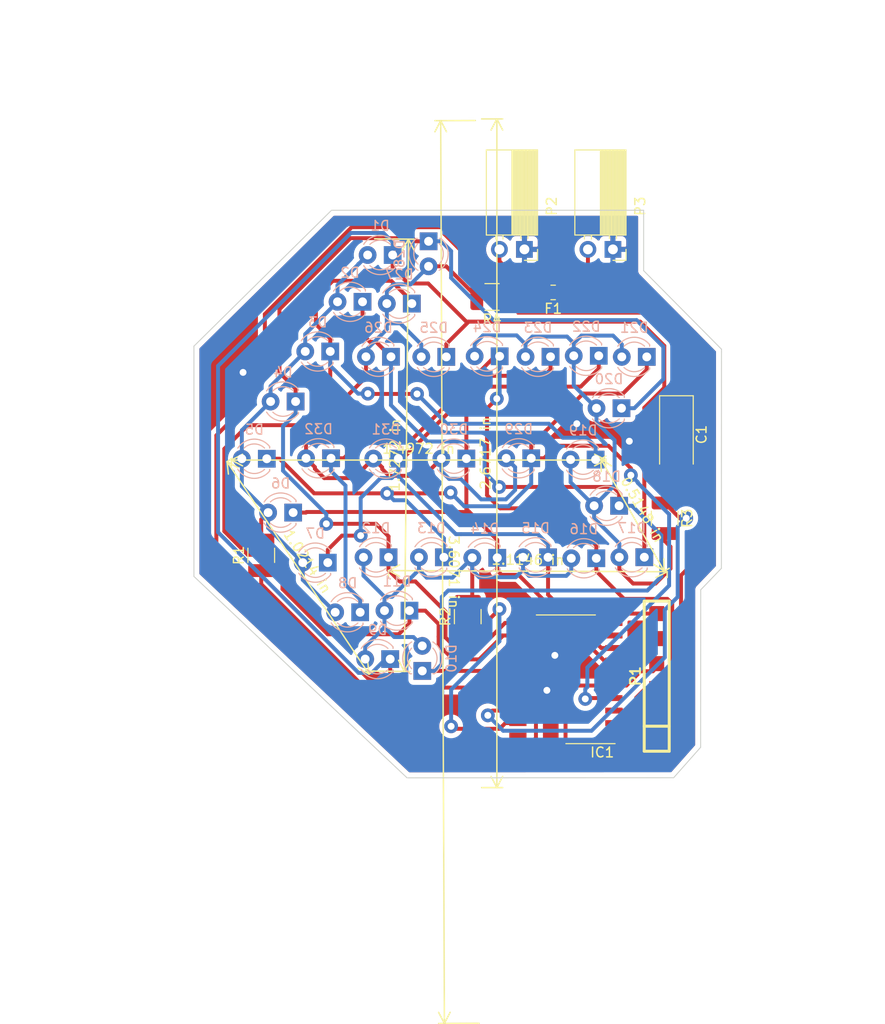
<source format=kicad_pcb>
(kicad_pcb (version 20171130) (host pcbnew "(5.1.7)-1")
  (layers (0 F.Cu signal) (31 B.Cu signal) (34 B.Paste user) (35 F.Paste user) (36 B.SilkS user) (37 F.SilkS user) (38 B.Mask user) (39 F.Mask user) (44 Edge.Cuts user))
  (net 0 "")
  (net 1 "Net-(D1-Pad1)")
  (net 2 "Net-(D1-Pad2)")
  (net 3 "Net-(D10-Pad1)")
  (net 4 "Net-(D11-Pad1)")
  (net 5 "Net-(D12-Pad1)")
  (net 6 "Net-(D13-Pad1)")
  (net 7 "Net-(D14-Pad1)")
  (net 8 "Net-(D15-Pad1)")
  (net 9 "Net-(D16-Pad1)")
  (net 10 "Net-(D10-Pad2)")
  (net 11 "Net-(D17-Pad2)")
  (net 12 "Net-(D25-Pad2)")
  (net 13 "Net-(F1-Pad2)")
  (net 14 "Net-(IC1-Pad17)")
  (net 15 "Net-(IC1-Pad18)")
  (net 16 "Net-(IC1-Pad19)")
  (net 17 "Net-(IC1-Pad20)")
  (net 18 "Net-(IC1-Pad1)")
  (net 19 "Net-(IC1-Pad2)")
  (net 20 "Net-(IC1-Pad9)")
  (net 21 "Net-(IC1-Pad10)")
  (net 22 VCC)
  (net 23 GND)
  (module Resistor_SMD:R_1210_3225Metric_Pad1.30x2.65mm_HandSolder (layer F.Cu) (at 90.21 79.45 270)
    (fp_text reference R3 (at 0 -2.28 90) (layer F.SilkS))
    (fp_text value 110)
    (pad 1 smd roundrect (at -1.55 0 270) (size 1.3 2.65) (layers F.Cu F.Paste F.Mask) (roundrect_rratio 0.192308) (net 15 "Net-(IC1-Pad18)"))
    (pad 2 smd roundrect (at 1.55 0 270) (size 1.3 2.65) (layers F.Cu F.Paste F.Mask) (roundrect_rratio 0.192308) (net 11 "Net-(D17-Pad2)"))
  )
  (module LED_THT:LED_D3.0mm (layer B.Cu) (at 88.39 63.07 180)
    (fp_text reference D21 (at 1.27 2.96) (layer B.SilkS) (effects (justify mirror)))
    (fp_text value LED)
    (pad 1 thru_hole rect (at 0 0 180) (size 1.8 1.8) (drill 0.9) (layers *.Cu *.Mask) (net 6 "Net-(D13-Pad1)"))
    (pad 2 thru_hole circle (at 2.54 0 180) (size 1.8 1.8) (drill 0.9) (layers *.Cu *.Mask) (net 11 "Net-(D17-Pad2)"))
  )
  (module prose:logo_prose (layer F.Cu) (at 68.01 73.43)
    (fp_text reference G*** hide)
    (fp_text value LOGO hide)
  )
  (module LED_THT:LED_D3.0mm (layer B.Cu) (at 85.58 78.18 180)
    (fp_text reference D18 (at 1.27 2.96) (layer B.SilkS) (effects (justify mirror)))
    (fp_text value LED)
    (pad 2 thru_hole circle (at 2.54 0 180) (size 1.8 1.8) (drill 0.9) (layers *.Cu *.Mask) (net 11 "Net-(D17-Pad2)"))
    (pad 1 thru_hole rect (at 0 0 180) (size 1.8 1.8) (drill 0.9) (layers *.Cu *.Mask) (net 3 "Net-(D10-Pad1)"))
  )
  (module uusi_possu:SO-20_12.8x7.5mm_P1.27mm_extended (layer F.Cu) (at 80.17 95.79 180)
    (fp_text reference IC1 (at -3.69 -7.42 180) (layer F.SilkS))
    (fp_text value ATTINY861-S)
    (pad 20 smd rect (at 4.875 -5.715 180) (size 1.75 0.6) (layers F.Cu F.Paste F.Mask) (net 17 "Net-(IC1-Pad20)"))
    (pad 19 smd rect (at 4.875 -4.445 180) (size 1.75 0.6) (layers F.Cu F.Paste F.Mask) (net 16 "Net-(IC1-Pad19)"))
    (pad 18 smd rect (at 4.875 -3.175 180) (size 1.75 0.6) (layers F.Cu F.Paste F.Mask) (net 15 "Net-(IC1-Pad18)"))
    (pad 17 smd rect (at 4.875 -1.905 180) (size 1.75 0.6) (layers F.Cu F.Paste F.Mask) (net 14 "Net-(IC1-Pad17)"))
    (pad 16 smd rect (at 4.875 -0.635 180) (size 1.75 0.6) (layers F.Cu F.Paste F.Mask) (net 23 GND))
    (pad 15 smd rect (at 4.875 0.635 180) (size 1.75 0.6) (layers F.Cu F.Paste F.Mask) (net 22 VCC))
    (pad 14 smd rect (at 4.875 1.905 180) (size 1.75 0.6) (layers F.Cu F.Paste F.Mask) (net 1 "Net-(D1-Pad1)"))
    (pad 13 smd rect (at 4.875 3.175 180) (size 1.75 0.6) (layers F.Cu F.Paste F.Mask) (net 3 "Net-(D10-Pad1)"))
    (pad 12 smd rect (at 4.875 4.445 180) (size 1.75 0.6) (layers F.Cu F.Paste F.Mask) (net 4 "Net-(D11-Pad1)"))
    (pad 11 smd rect (at 4.875 5.715 180) (size 1.75 0.6) (layers F.Cu F.Paste F.Mask) (net 5 "Net-(D12-Pad1)"))
    (pad 10 smd rect (at -4.875 5.715 180) (size 1.75 0.6) (layers F.Cu F.Paste F.Mask) (net 21 "Net-(IC1-Pad10)"))
    (pad 9 smd rect (at -4.875 4.445 180) (size 1.75 0.6) (layers F.Cu F.Paste F.Mask) (net 20 "Net-(IC1-Pad9)"))
    (pad 8 smd rect (at -4.875 3.175 180) (size 1.75 0.6) (layers F.Cu F.Paste F.Mask) (net 8 "Net-(D15-Pad1)"))
    (pad 7 smd rect (at -4.875 1.905 180) (size 1.75 0.6) (layers F.Cu F.Paste F.Mask) (net 7 "Net-(D14-Pad1)"))
    (pad 1 smd rect (at -4.875 -5.715 180) (size 1.75 0.6) (layers F.Cu F.Paste F.Mask) (net 18 "Net-(IC1-Pad1)"))
    (pad 2 smd rect (at -4.875 -4.445 180) (size 1.75 0.6) (layers F.Cu F.Paste F.Mask) (net 19 "Net-(IC1-Pad2)"))
    (pad 3 smd rect (at -4.875 -3.175 180) (size 1.75 0.6) (layers F.Cu F.Paste F.Mask) (net 9 "Net-(D16-Pad1)"))
    (pad 4 smd rect (at -4.875 -1.905 180) (size 1.75 0.6) (layers F.Cu F.Paste F.Mask) (net 6 "Net-(D13-Pad1)"))
    (pad 5 smd rect (at -4.875 -0.635 180) (size 1.75 0.6) (layers F.Cu F.Paste F.Mask) (net 22 VCC))
    (pad 6 smd rect (at -4.875 0.635 180) (size 1.75 0.6) (layers F.Cu F.Paste F.Mask) (net 23 GND))
  )
  (module Connector_PinSocket_2.54mm:PinSocket_1x02_P2.54mm_Horizontal (layer F.Cu) (at 75.96 52.16 270)
    (fp_text reference P2 (at -4.38 -2.77 90) (layer F.SilkS))
    (fp_text value CONN_2)
    (pad 1 thru_hole rect (at 0 0 270) (size 1.7 1.7) (drill 1) (layers *.Cu *.Mask) (net 23 GND))
    (pad 2 thru_hole oval (at 0 2.54 270) (size 1.7 1.7) (drill 1) (layers *.Cu *.Mask) (net 13 "Net-(F1-Pad2)"))
  )
  (module LED_THT:LED_D3.0mm (layer B.Cu) (at 49.784 73.406 180)
    (fp_text reference D5 (at 1.27 2.96) (layer B.SilkS) (effects (justify mirror)))
    (fp_text value LED)
    (pad 1 thru_hole rect (at 0 0 180) (size 1.8 1.8) (drill 0.9) (layers *.Cu *.Mask) (net 6 "Net-(D13-Pad1)"))
    (pad 2 thru_hole circle (at 2.54 0 180) (size 1.8 1.8) (drill 0.9) (layers *.Cu *.Mask) (net 2 "Net-(D1-Pad2)"))
  )
  (module Capacitor_Tantalum_SMD:CP_EIA-6032-15_Kemet-U_Pad2.25x2.35mm_HandSolder (layer F.Cu) (at 91.4 70.95 270)
    (fp_text reference C1 (at 0 -2.55 90) (layer F.SilkS))
    (fp_text value CP1)
    (pad 1 smd roundrect (at -2.55 0 270) (size 2.25 2.35) (layers F.Cu F.Paste F.Mask) (roundrect_rratio 0.111111) (net 22 VCC))
    (pad 2 smd roundrect (at 2.55 0 270) (size 2.25 2.35) (layers F.Cu F.Paste F.Mask) (roundrect_rratio 0.111111) (net 23 GND))
  )
  (module Resistor_SMD:R_0805_2012Metric_Pad1.20x1.40mm_HandSolder (layer F.Cu) (at 78.88 56.53 180)
    (fp_text reference F1 (at 0 -1.65) (layer F.SilkS))
    (fp_text value Polyfuse)
    (pad 1 smd roundrect (at -1 0 180) (size 1.2 1.4) (layers F.Cu F.Paste F.Mask) (roundrect_rratio 0.208333) (net 22 VCC))
    (pad 2 smd roundrect (at 1 0 180) (size 1.2 1.4) (layers F.Cu F.Paste F.Mask) (roundrect_rratio 0.208333) (net 13 "Net-(F1-Pad2)"))
  )
  (module LED_THT:LED_D3.0mm (layer B.Cu) (at 52.46 78.87 180)
    (fp_text reference D6 (at 1.27 2.96) (layer B.SilkS) (effects (justify mirror)))
    (fp_text value LED)
    (pad 2 thru_hole circle (at 2.54 0 180) (size 1.8 1.8) (drill 0.9) (layers *.Cu *.Mask) (net 2 "Net-(D1-Pad2)"))
    (pad 1 thru_hole rect (at 0 0 180) (size 1.8 1.8) (drill 0.9) (layers *.Cu *.Mask) (net 7 "Net-(D14-Pad1)"))
  )
  (module LED_THT:LED_D3.0mm (layer B.Cu) (at 55.98 83.95 180)
    (fp_text reference D7 (at 1.27 2.96) (layer B.SilkS) (effects (justify mirror)))
    (fp_text value LED)
    (pad 1 thru_hole rect (at 0 0 180) (size 1.8 1.8) (drill 0.9) (layers *.Cu *.Mask) (net 8 "Net-(D15-Pad1)"))
    (pad 2 thru_hole circle (at 2.54 0 180) (size 1.8 1.8) (drill 0.9) (layers *.Cu *.Mask) (net 2 "Net-(D1-Pad2)"))
  )
  (module LED_THT:LED_D3.0mm (layer B.Cu) (at 59.27 88.99 180)
    (fp_text reference D8 (at 1.27 2.96) (layer B.SilkS) (effects (justify mirror)))
    (fp_text value LED)
    (pad 2 thru_hole circle (at 2.54 0 180) (size 1.8 1.8) (drill 0.9) (layers *.Cu *.Mask) (net 2 "Net-(D1-Pad2)"))
    (pad 1 thru_hole rect (at 0 0 180) (size 1.8 1.8) (drill 0.9) (layers *.Cu *.Mask) (net 9 "Net-(D16-Pad1)"))
  )
  (module LED_THT:LED_D3.0mm (layer B.Cu) (at 62.32 93.74 180)
    (fp_text reference D9 (at 1.27 2.96) (layer B.SilkS) (effects (justify mirror)))
    (fp_text value LED)
    (pad 2 thru_hole circle (at 2.54 0 180) (size 1.8 1.8) (drill 0.9) (layers *.Cu *.Mask) (net 10 "Net-(D10-Pad2)"))
    (pad 1 thru_hole rect (at 0 0 180) (size 1.8 1.8) (drill 0.9) (layers *.Cu *.Mask) (net 1 "Net-(D1-Pad1)"))
  )
  (module LED_THT:LED_D3.0mm (layer B.Cu) (at 65.58 94.94 90)
    (fp_text reference D10 (at 1.27 2.96 90) (layer B.SilkS) (effects (justify mirror)))
    (fp_text value LED)
    (pad 1 thru_hole rect (at 0 0 90) (size 1.8 1.8) (drill 0.9) (layers *.Cu *.Mask) (net 3 "Net-(D10-Pad1)"))
    (pad 2 thru_hole circle (at 2.54 0 90) (size 1.8 1.8) (drill 0.9) (layers *.Cu *.Mask) (net 10 "Net-(D10-Pad2)"))
  )
  (module LED_THT:LED_D3.0mm (layer B.Cu) (at 64.28 88.82 180)
    (fp_text reference D11 (at 1.27 2.96) (layer B.SilkS) (effects (justify mirror)))
    (fp_text value LED)
    (pad 1 thru_hole rect (at 0 0 180) (size 1.8 1.8) (drill 0.9) (layers *.Cu *.Mask) (net 4 "Net-(D11-Pad1)"))
    (pad 2 thru_hole circle (at 2.54 0 180) (size 1.8 1.8) (drill 0.9) (layers *.Cu *.Mask) (net 10 "Net-(D10-Pad2)"))
  )
  (module LED_THT:LED_D3.0mm (layer B.Cu) (at 62.15 83.41 180)
    (fp_text reference D12 (at 1.27 2.96) (layer B.SilkS) (effects (justify mirror)))
    (fp_text value LED)
    (pad 2 thru_hole circle (at 2.54 0 180) (size 1.8 1.8) (drill 0.9) (layers *.Cu *.Mask) (net 10 "Net-(D10-Pad2)"))
    (pad 1 thru_hole rect (at 0 0 180) (size 1.8 1.8) (drill 0.9) (layers *.Cu *.Mask) (net 5 "Net-(D12-Pad1)"))
  )
  (module LED_THT:LED_D3.0mm (layer B.Cu) (at 67.78 83.41 180)
    (fp_text reference D13 (at 1.27 2.96) (layer B.SilkS) (effects (justify mirror)))
    (fp_text value LED)
    (pad 1 thru_hole rect (at 0 0 180) (size 1.8 1.8) (drill 0.9) (layers *.Cu *.Mask) (net 6 "Net-(D13-Pad1)"))
    (pad 2 thru_hole circle (at 2.54 0 180) (size 1.8 1.8) (drill 0.9) (layers *.Cu *.Mask) (net 10 "Net-(D10-Pad2)"))
  )
  (module LED_THT:LED_D3.0mm (layer B.Cu) (at 73.2 83.46 180)
    (fp_text reference D14 (at 1.27 2.96) (layer B.SilkS) (effects (justify mirror)))
    (fp_text value LED)
    (pad 2 thru_hole circle (at 2.54 0 180) (size 1.8 1.8) (drill 0.9) (layers *.Cu *.Mask) (net 10 "Net-(D10-Pad2)"))
    (pad 1 thru_hole rect (at 0 0 180) (size 1.8 1.8) (drill 0.9) (layers *.Cu *.Mask) (net 7 "Net-(D14-Pad1)"))
  )
  (module LED_THT:LED_D3.0mm (layer B.Cu) (at 78.36 83.41 180)
    (fp_text reference D15 (at 1.27 2.96 180) (layer B.SilkS) (effects (justify mirror)))
    (fp_text value LED)
    (pad 1 thru_hole rect (at 0 0 180) (size 1.8 1.8) (drill 0.9) (layers *.Cu *.Mask) (net 8 "Net-(D15-Pad1)"))
    (pad 2 thru_hole circle (at 2.54 0 180) (size 1.8 1.8) (drill 0.9) (layers *.Cu *.Mask) (net 10 "Net-(D10-Pad2)"))
  )
  (module LED_THT:LED_D3.0mm (layer B.Cu) (at 83.26 83.51 180)
    (fp_text reference D16 (at 1.27 2.96) (layer B.SilkS) (effects (justify mirror)))
    (fp_text value LED)
    (pad 2 thru_hole circle (at 2.54 0 180) (size 1.8 1.8) (drill 0.9) (layers *.Cu *.Mask) (net 10 "Net-(D10-Pad2)"))
    (pad 1 thru_hole rect (at 0 0 180) (size 1.8 1.8) (drill 0.9) (layers *.Cu *.Mask) (net 9 "Net-(D16-Pad1)"))
  )
  (module LED_THT:LED_D3.0mm (layer B.Cu) (at 88.14 83.4 180)
    (fp_text reference D17 (at 1.27 2.96) (layer B.SilkS) (effects (justify mirror)))
    (fp_text value LED)
    (pad 1 thru_hole rect (at 0 0 180) (size 1.8 1.8) (drill 0.9) (layers *.Cu *.Mask) (net 1 "Net-(D1-Pad1)"))
    (pad 2 thru_hole circle (at 2.54 0 180) (size 1.8 1.8) (drill 0.9) (layers *.Cu *.Mask) (net 11 "Net-(D17-Pad2)"))
  )
  (module LED_THT:LED_D3.0mm (layer B.Cu) (at 83.19 73.49 180)
    (fp_text reference D19 (at 1.27 2.96) (layer B.SilkS) (effects (justify mirror)))
    (fp_text value LED)
    (pad 2 thru_hole circle (at 2.54 0 180) (size 1.8 1.8) (drill 0.9) (layers *.Cu *.Mask) (net 11 "Net-(D17-Pad2)"))
    (pad 1 thru_hole rect (at 0 0 180) (size 1.8 1.8) (drill 0.9) (layers *.Cu *.Mask) (net 4 "Net-(D11-Pad1)"))
  )
  (module LED_THT:LED_D3.0mm (layer B.Cu) (at 76.65 73.36 180)
    (fp_text reference D29 (at 1.27 2.96) (layer B.SilkS) (effects (justify mirror)))
    (fp_text value LED)
    (pad 2 thru_hole circle (at 2.54 0 180) (size 1.8 1.8) (drill 0.9) (layers *.Cu *.Mask) (net 12 "Net-(D25-Pad2)"))
    (pad 1 thru_hole rect (at 0 0 180) (size 1.8 1.8) (drill 0.9) (layers *.Cu *.Mask) (net 6 "Net-(D13-Pad1)"))
  )
  (module LED_THT:LED_D3.0mm (layer B.Cu) (at 70.06 73.39 180)
    (fp_text reference D30 (at 1.27 2.96) (layer B.SilkS) (effects (justify mirror)))
    (fp_text value LED)
    (pad 1 thru_hole rect (at 0 0 180) (size 1.8 1.8) (drill 0.9) (layers *.Cu *.Mask) (net 7 "Net-(D14-Pad1)"))
    (pad 2 thru_hole circle (at 2.54 0 180) (size 1.8 1.8) (drill 0.9) (layers *.Cu *.Mask) (net 12 "Net-(D25-Pad2)"))
  )
  (module LED_THT:LED_D3.0mm (layer B.Cu) (at 63.15 73.39 180)
    (fp_text reference D31 (at 1.27 2.96) (layer B.SilkS) (effects (justify mirror)))
    (fp_text value LED)
    (pad 2 thru_hole circle (at 2.54 0 180) (size 1.8 1.8) (drill 0.9) (layers *.Cu *.Mask) (net 12 "Net-(D25-Pad2)"))
    (pad 1 thru_hole rect (at 0 0 180) (size 1.8 1.8) (drill 0.9) (layers *.Cu *.Mask) (net 8 "Net-(D15-Pad1)"))
  )
  (module LED_THT:LED_D3.0mm (layer B.Cu) (at 56.31 73.36 180)
    (fp_text reference D32 (at 1.27 2.96 180) (layer B.SilkS) (effects (justify mirror)))
    (fp_text value LED)
    (pad 1 thru_hole rect (at 0 0 180) (size 1.8 1.8) (drill 0.9) (layers *.Cu *.Mask) (net 9 "Net-(D16-Pad1)"))
    (pad 2 thru_hole circle (at 2.54 0 180) (size 1.8 1.8) (drill 0.9) (layers *.Cu *.Mask) (net 12 "Net-(D25-Pad2)"))
  )
  (module Resistor_SMD:R_1210_3225Metric_Pad1.30x2.65mm_HandSolder (layer F.Cu) (at 49.22 83.21 90)
    (fp_text reference R1 (at 0 -2.28 90) (layer F.SilkS))
    (fp_text value 110)
    (pad 1 smd roundrect (at -1.55 0 90) (size 1.3 2.65) (layers F.Cu F.Paste F.Mask) (roundrect_rratio 0.192308) (net 17 "Net-(IC1-Pad20)"))
    (pad 2 smd roundrect (at 1.55 0 90) (size 1.3 2.65) (layers F.Cu F.Paste F.Mask) (roundrect_rratio 0.192308) (net 2 "Net-(D1-Pad2)"))
  )
  (module Resistor_SMD:R_1210_3225Metric_Pad1.30x2.65mm_HandSolder (layer F.Cu) (at 70.2 89.43 90)
    (fp_text reference R2 (at 0 -2.28 90) (layer F.SilkS))
    (fp_text value 110)
    (pad 2 smd roundrect (at 1.55 0 90) (size 1.3 2.65) (layers F.Cu F.Paste F.Mask) (roundrect_rratio 0.192308) (net 10 "Net-(D10-Pad2)"))
    (pad 1 smd roundrect (at -1.55 0 90) (size 1.3 2.65) (layers F.Cu F.Paste F.Mask) (roundrect_rratio 0.192308) (net 16 "Net-(IC1-Pad19)"))
  )
  (module Resistor_SMD:R_1210_3225Metric_Pad1.30x2.65mm_HandSolder (layer F.Cu) (at 72.67 56.99 180)
    (fp_text reference R4 (at 0 -2.28) (layer F.SilkS))
    (fp_text value 110)
    (pad 2 smd roundrect (at 1.55 0 180) (size 1.3 2.65) (layers F.Cu F.Paste F.Mask) (roundrect_rratio 0.192308) (net 12 "Net-(D25-Pad2)"))
    (pad 1 smd roundrect (at -1.55 0 180) (size 1.3 2.65) (layers F.Cu F.Paste F.Mask) (roundrect_rratio 0.192308) (net 14 "Net-(IC1-Pad17)"))
  )
  (module Connector_PinSocket_2.54mm:PinSocket_1x02_P2.54mm_Horizontal (layer F.Cu) (at 84.95 52.16 270)
    (fp_text reference P3 (at -4.38 -2.77 90) (layer F.SilkS))
    (fp_text value CONN_2)
    (pad 1 thru_hole rect (at 0 0 270) (size 1.7 1.7) (drill 1) (layers *.Cu *.Mask) (net 23 GND))
    (pad 2 thru_hole oval (at 0 2.54 270) (size 1.7 1.7) (drill 1) (layers *.Cu *.Mask) (net 22 VCC))
  )
  (module uusi_possu:Ohjelmointiliitin (layer F.Cu) (at 89.4 95.47 90)
    (fp_text reference P1 (at 0 -2.159 90) (layer F.SilkS) (effects (font (size 1.016 1.016) (thickness 0.2032))))
    (fp_text value CONN_6 hide)
    (pad 6 smd rect (at 6.35 0 90) (size 1.524 1.524) (layers F.Cu F.Paste F.Mask) (net 21 "Net-(IC1-Pad10)"))
    (pad 5 smd rect (at 3.81 0 90) (size 1.524 1.524) (layers F.Cu F.Paste F.Mask) (net 23 GND))
    (pad 4 smd rect (at 1.27 0 90) (size 1.524 1.524) (layers F.Cu F.Paste F.Mask) (net 22 VCC))
    (pad 3 smd rect (at -1.27 0 90) (size 1.524 1.524) (layers F.Cu F.Paste F.Mask) (net 9 "Net-(D16-Pad1)"))
    (pad 2 smd rect (at -3.81 0 90) (size 1.524 1.524) (layers F.Cu F.Paste F.Mask) (net 19 "Net-(IC1-Pad2)"))
    (pad 1 smd rect (at -6.35 0 90) (size 1.524 1.524) (layers F.Cu F.Paste F.Mask) (net 18 "Net-(IC1-Pad1)"))
  )
  (module LED_THT:LED_D3.0mm (layer B.Cu) (at 62.57 52.73 180)
    (fp_text reference D1 (at 1.27 2.96 180) (layer B.SilkS) (effects (justify mirror)))
    (fp_text value LED)
    (pad 2 thru_hole circle (at 2.54 0 180) (size 1.8 1.8) (drill 0.9) (layers *.Cu *.Mask) (net 2 "Net-(D1-Pad2)"))
    (pad 1 thru_hole rect (at 0 0 180) (size 1.8 1.8) (drill 0.9) (layers *.Cu *.Mask) (net 1 "Net-(D1-Pad1)"))
  )
  (module LED_THT:LED_D3.0mm (layer B.Cu) (at 59.51 57.48 180)
    (fp_text reference D2 (at 1.27 2.96) (layer B.SilkS) (effects (justify mirror)))
    (fp_text value LED)
    (pad 1 thru_hole rect (at 0 0 180) (size 1.8 1.8) (drill 0.9) (layers *.Cu *.Mask) (net 3 "Net-(D10-Pad1)"))
    (pad 2 thru_hole circle (at 2.54 0 180) (size 1.8 1.8) (drill 0.9) (layers *.Cu *.Mask) (net 2 "Net-(D1-Pad2)"))
  )
  (module LED_THT:LED_D3.0mm (layer B.Cu) (at 56.23 62.52 180)
    (fp_text reference D3 (at 1.27 2.96) (layer B.SilkS) (effects (justify mirror)))
    (fp_text value LED)
    (pad 2 thru_hole circle (at 2.54 0 180) (size 1.8 1.8) (drill 0.9) (layers *.Cu *.Mask) (net 2 "Net-(D1-Pad2)"))
    (pad 1 thru_hole rect (at 0 0 180) (size 1.8 1.8) (drill 0.9) (layers *.Cu *.Mask) (net 4 "Net-(D11-Pad1)"))
  )
  (module LED_THT:LED_D3.0mm (layer B.Cu) (at 52.71 67.6 180)
    (fp_text reference D4 (at 1.27 2.96) (layer B.SilkS) (effects (justify mirror)))
    (fp_text value LED)
    (pad 1 thru_hole rect (at 0 0 180) (size 1.8 1.8) (drill 0.9) (layers *.Cu *.Mask) (net 5 "Net-(D12-Pad1)"))
    (pad 2 thru_hole circle (at 2.54 0 180) (size 1.8 1.8) (drill 0.9) (layers *.Cu *.Mask) (net 2 "Net-(D1-Pad2)"))
  )
  (module LED_THT:LED_D3.0mm (layer B.Cu) (at 85.82 68.28 180)
    (fp_text reference D20 (at 1.27 2.96) (layer B.SilkS) (effects (justify mirror)))
    (fp_text value LED)
    (pad 2 thru_hole circle (at 2.54 0 180) (size 1.8 1.8) (drill 0.9) (layers *.Cu *.Mask) (net 11 "Net-(D17-Pad2)"))
    (pad 1 thru_hole rect (at 0 0 180) (size 1.8 1.8) (drill 0.9) (layers *.Cu *.Mask) (net 5 "Net-(D12-Pad1)"))
  )
  (module LED_THT:LED_D3.0mm (layer B.Cu) (at 83.51 62.96 180)
    (fp_text reference D22 (at 1.27 2.96) (layer B.SilkS) (effects (justify mirror)))
    (fp_text value LED)
    (pad 2 thru_hole circle (at 2.54 0 180) (size 1.8 1.8) (drill 0.9) (layers *.Cu *.Mask) (net 11 "Net-(D17-Pad2)"))
    (pad 1 thru_hole rect (at 0 0 180) (size 1.8 1.8) (drill 0.9) (layers *.Cu *.Mask) (net 7 "Net-(D14-Pad1)"))
  )
  (module LED_THT:LED_D3.0mm (layer B.Cu) (at 78.61 63.06 180)
    (fp_text reference D23 (at 1.27 2.96) (layer B.SilkS) (effects (justify mirror)))
    (fp_text value LED)
    (pad 1 thru_hole rect (at 0 0 180) (size 1.8 1.8) (drill 0.9) (layers *.Cu *.Mask) (net 8 "Net-(D15-Pad1)"))
    (pad 2 thru_hole circle (at 2.54 0 180) (size 1.8 1.8) (drill 0.9) (layers *.Cu *.Mask) (net 11 "Net-(D17-Pad2)"))
  )
  (module LED_THT:LED_D3.0mm (layer B.Cu) (at 73.44 63.01 180)
    (fp_text reference D24 (at 1.27 2.96) (layer B.SilkS) (effects (justify mirror)))
    (fp_text value LED)
    (pad 1 thru_hole rect (at 0 0 180) (size 1.8 1.8) (drill 0.9) (layers *.Cu *.Mask) (net 9 "Net-(D16-Pad1)"))
    (pad 2 thru_hole circle (at 2.54 0 180) (size 1.8 1.8) (drill 0.9) (layers *.Cu *.Mask) (net 11 "Net-(D17-Pad2)"))
  )
  (module LED_THT:LED_D3.0mm (layer B.Cu) (at 68.02 63.07 180)
    (fp_text reference D25 (at 1.27 2.96) (layer B.SilkS) (effects (justify mirror)))
    (fp_text value LED)
    (pad 2 thru_hole circle (at 2.54 0 180) (size 1.8 1.8) (drill 0.9) (layers *.Cu *.Mask) (net 12 "Net-(D25-Pad2)"))
    (pad 1 thru_hole rect (at 0 0 180) (size 1.8 1.8) (drill 0.9) (layers *.Cu *.Mask) (net 1 "Net-(D1-Pad1)"))
  )
  (module LED_THT:LED_D3.0mm (layer B.Cu) (at 62.4 63.06 180)
    (fp_text reference D26 (at 1.27 2.96) (layer B.SilkS) (effects (justify mirror)))
    (fp_text value LED)
    (pad 1 thru_hole rect (at 0 0 180) (size 1.8 1.8) (drill 0.9) (layers *.Cu *.Mask) (net 3 "Net-(D10-Pad1)"))
    (pad 2 thru_hole circle (at 2.54 0 180) (size 1.8 1.8) (drill 0.9) (layers *.Cu *.Mask) (net 12 "Net-(D25-Pad2)"))
  )
  (module LED_THT:LED_D3.0mm (layer B.Cu) (at 64.52 57.66 180)
    (fp_text reference D27 (at 1.27 2.96) (layer B.SilkS) (effects (justify mirror)))
    (fp_text value LED)
    (pad 2 thru_hole circle (at 2.54 0 180) (size 1.8 1.8) (drill 0.9) (layers *.Cu *.Mask) (net 12 "Net-(D25-Pad2)"))
    (pad 1 thru_hole rect (at 0 0 180) (size 1.8 1.8) (drill 0.9) (layers *.Cu *.Mask) (net 4 "Net-(D11-Pad1)"))
  )
  (module LED_THT:LED_D3.0mm (layer B.Cu) (at 66.22 51.34 270)
    (fp_text reference D28 (at 1.27 2.96 90) (layer B.SilkS) (effects (justify mirror)))
    (fp_text value LED)
    (pad 1 thru_hole rect (at 0 0 270) (size 1.8 1.8) (drill 0.9) (layers *.Cu *.Mask) (net 5 "Net-(D12-Pad1)"))
    (pad 2 thru_hole circle (at 2.54 0 270) (size 1.8 1.8) (drill 0.9) (layers *.Cu *.Mask) (net 12 "Net-(D25-Pad2)"))
  )
  (gr_line (start 93.87 86.71) (end 95.97 84.53) (layer Edge.Cuts) (width 0.1))
  (gr_line (start 93.86 102.69) (end 91.12 105.78) (layer Edge.Cuts) (width 0.1))
  (gr_line (start 88.07 54.32) (end 88.07 48.19) (layer Edge.Cuts) (width 0.1))
  (gr_line (start 88.07 54.32) (end 95.98 62.29) (layer Edge.Cuts) (width 0.1))
  (gr_line (start 93.86 102.69) (end 93.87 86.71) (layer Edge.Cuts) (width 0.1))
  (gr_line (start 91.12 105.78) (end 64.03 105.79) (layer Edge.Cuts) (width 0.1))
  (gr_line (start 95.98 62.29) (end 95.97 84.53) (layer Edge.Cuts) (width 0.1))
  (gr_line (start 56.36 48.19) (end 88.07 48.19) (layer Edge.Cuts) (width 0.1))
  (gr_line (start 42.38 61.98) (end 56.36 48.19) (layer Edge.Cuts) (width 0.1))
  (gr_line (start 42.38 85.35) (end 42.38 61.98) (layer Edge.Cuts) (width 0.1))
  (gr_line (start 64.03 105.79) (end 42.38 85.35) (layer Edge.Cuts) (width 0.1))
  (dimension 67.86 (width 0.15) (layer F.SilkS) (gr_text "67,860 mm" (at 74.46 72.85 270) (layer F.SilkS) (effects (font (size 1 1) (thickness 0.15)))) (feature1 (pts (xy 71.61 106.78) (xy 73.746421 106.78))) (feature2 (pts (xy 71.61 38.92) (xy 73.746421 38.92))) (crossbar (pts (xy 73.16 38.92) (xy 73.16 106.78))) (arrow1a (pts (xy 73.16 106.78) (xy 72.573579 105.653496))) (arrow1b (pts (xy 73.16 106.78) (xy 73.746421 105.653496))) (arrow2a (pts (xy 73.16 38.92) (xy 72.573579 40.046504))) (arrow2b (pts (xy 73.16 38.92) (xy 73.746421 40.046504))))
  (dimension 91.620788 (width 0.15) (layer F.SilkS) (gr_text "91,621 mm" (at 66.340445 84.90999 270.2376367) (layer F.SilkS) (effects (font (size 1 1) (thickness 0.15)))) (feature1 (pts (xy 71.35 130.7) (xy 67.244019 130.71703))) (feature2 (pts (xy 70.97 39.08) (xy 66.864019 39.09703))) (crossbar (pts (xy 67.450434 39.094598) (xy 67.830434 130.714598))) (arrow1a (pts (xy 67.830434 130.714598) (xy 67.239346 129.590536))) (arrow1b (pts (xy 67.830434 130.714598) (xy 68.412177 129.585672))) (arrow2a (pts (xy 67.450434 39.094598) (xy 66.868691 40.223524))) (arrow2b (pts (xy 67.450434 39.094598) (xy 68.041522 40.21866))))
  (dimension 13.075856 (width 0.15) (layer F.SilkS) (gr_text "13,076 mm" (at 88.070609 78.484523 -60.49425735) (layer F.SilkS) (effects (font (size 1 1) (thickness 0.15)))) (feature1 (pts (xy 83.71 73.44) (xy 84.229577 73.145969))) (feature2 (pts (xy 90.15 84.82) (xy 90.669577 84.525969))) (crossbar (pts (xy 90.159211 84.814787) (xy 83.719211 73.434787))) (arrow1a (pts (xy 83.719211 73.434787) (xy 84.784392 74.126372))) (arrow1b (pts (xy 83.719211 73.434787) (xy 83.763661 74.704009))) (arrow2a (pts (xy 90.159211 84.814787) (xy 90.114761 83.545565))) (arrow2b (pts (xy 90.159211 84.814787) (xy 89.09403 84.123202))))
  (dimension 25.943371 (width 0.15) (layer F.SilkS) (gr_text "25,943 mm" (at 54.039271 83.75761 -56.20580299) (layer F.SilkS) (effects (font (size 1 1) (thickness 0.15)))) (feature1 (pts (xy 45.73 73.71) (xy 46.231258 73.374511))) (feature2 (pts (xy 60.16 95.27) (xy 60.661258 94.934511))) (crossbar (pts (xy 60.173918 95.260685) (xy 45.743918 73.700685))) (arrow1a (pts (xy 45.743918 73.700685) (xy 46.857832 74.310682))) (arrow1b (pts (xy 45.743918 73.700685) (xy 45.883153 74.96303))) (arrow2a (pts (xy 60.173918 95.260685) (xy 60.034683 93.99834))) (arrow2b (pts (xy 60.173918 95.260685) (xy 59.060004 94.650688))))
  (dimension 43.87201 (width 0.15) (layer F.SilkS) (gr_text "43,872 mm" (at 65.25994 73.067445 89.45148183) (layer F.SilkS) (effects (font (size 1 1) (thickness 0.15)))) (feature1 (pts (xy 60.31639 94.957128) (xy 64.336394 94.995614))) (feature2 (pts (xy 60.73639 51.087128) (xy 64.756394 51.125614))) (crossbar (pts (xy 64.17 51.12) (xy 63.75 94.99))) (arrow1a (pts (xy 63.75 94.99) (xy 63.17439 93.857934))) (arrow1b (pts (xy 63.75 94.99) (xy 64.347178 93.869162))) (arrow2a (pts (xy 64.17 51.12) (xy 63.572822 52.240838))) (arrow2b (pts (xy 64.17 51.12) (xy 64.74561 52.252066))))
  (dimension 28.310254 (width 0.15) (layer F.SilkS) (gr_text "28,310 mm" (at 76.299465 86.115805 -0.2428630295) (layer F.SilkS) (effects (font (size 1 1) (thickness 0.15)))) (feature1 (pts (xy 62.15 84.75) (xy 62.14749 85.342232))) (feature2 (pts (xy 90.46 84.87) (xy 90.45749 85.462232))) (crossbar (pts (xy 90.459975 84.875817) (xy 62.149975 84.755817))) (arrow1a (pts (xy 62.149975 84.755817) (xy 63.278954 84.174176))) (arrow1b (pts (xy 62.149975 84.755817) (xy 63.273983 85.347007))) (arrow2a (pts (xy 90.459975 84.875817) (xy 89.335967 84.284627))) (arrow2b (pts (xy 90.459975 84.875817) (xy 89.330996 85.457458))))
  (dimension 38.03 (width 0.15) (layer F.SilkS) (gr_text "38,030 mm" (at 65.205 74.84) (layer F.SilkS) (effects (font (size 1 1) (thickness 0.15)))) (feature1 (pts (xy 84.22 73.41) (xy 84.22 74.126421))) (feature2 (pts (xy 46.19 73.41) (xy 46.19 74.126421))) (crossbar (pts (xy 46.19 73.54) (xy 84.22 73.54))) (arrow1a (pts (xy 84.22 73.54) (xy 83.093496 74.126421))) (arrow1b (pts (xy 84.22 73.54) (xy 83.093496 72.953579))) (arrow2a (pts (xy 46.19 73.54) (xy 47.316504 74.126421))) (arrow2b (pts (xy 46.19 73.54) (xy 47.316504 72.953579))))
  (gr_text + (at 80.75 53.42) (layer F.Cu) (effects (font (size 1.5 1.5) (thickness 0.3))))
  (gr_text - (at 84.59 53.83) (layer F.Cu) (effects (font (size 1.5 1.5) (thickness 0.3))))
  (segment (start 68.02 61.77) (end 68.02 63.07) (width 0.4) (layer F.Cu) (net 1))
  (segment (start 70.3 59.49) (end 68.02 61.77) (width 0.4) (layer F.Cu) (net 1))
  (segment (start 70.3 59.49) (end 70.05 59.49) (width 0.4) (layer F.Cu) (net 1))
  (segment (start 70.05 59.49) (end 66.18 55.62) (width 0.4) (layer F.Cu) (net 1))
  (segment (start 62.57 54.03) (end 62.57 52.73) (width 0.4) (layer F.Cu) (net 1))
  (segment (start 64.16 55.62) (end 62.57 54.03) (width 0.4) (layer F.Cu) (net 1))
  (segment (start 66.18 55.62) (end 64.16 55.62) (width 0.4) (layer F.Cu) (net 1))
  (segment (start 62.32 95.04) (end 62.32 93.74) (width 0.4) (layer F.Cu) (net 1))
  (segment (start 63.91 96.63) (end 62.32 95.04) (width 0.4) (layer F.Cu) (net 1))
  (segment (start 71.275 96.63) (end 63.91 96.63) (width 0.4) (layer F.Cu) (net 1))
  (segment (start 75.295 93.885) (end 74.02 93.885) (width 0.4) (layer F.Cu) (net 1))
  (segment (start 74.02 93.885) (end 71.275 96.63) (width 0.4) (layer F.Cu) (net 1))
  (segment (start 88.14 68.23) (end 88.14 83.4) (width 0.4) (layer F.Cu) (net 1))
  (segment (start 90.17 66.2) (end 88.14 68.23) (width 0.4) (layer F.Cu) (net 1))
  (segment (start 87.71 59.49) (end 86.15 59.49) (width 0.4) (layer F.Cu) (net 1))
  (segment (start 90.17 61.95) (end 87.71 59.49) (width 0.4) (layer F.Cu) (net 1))
  (segment (start 70.3 59.49) (end 86.15 59.49) (width 0.4) (layer F.Cu) (net 1))
  (segment (start 90.17 61.95) (end 90.17 66.2) (width 0.4) (layer F.Cu) (net 1))
  (segment (start 59.107999 95.140001) (end 60.452001 95.140001) (width 0.4) (layer B.Cu) (net 1))
  (segment (start 44.831 80.863002) (end 59.107999 95.140001) (width 0.4) (layer B.Cu) (net 1))
  (segment (start 44.831 63.989) (end 44.831 80.863002) (width 0.4) (layer B.Cu) (net 1))
  (segment (start 58.33 50.49) (end 44.831 63.989) (width 0.4) (layer B.Cu) (net 1))
  (segment (start 60.452001 95.140001) (end 62.32 93.272002) (width 0.4) (layer B.Cu) (net 1))
  (segment (start 61.63 50.49) (end 58.33 50.49) (width 0.4) (layer B.Cu) (net 1))
  (segment (start 62.32 93.272002) (end 62.32 93.74) (width 0.4) (layer B.Cu) (net 1))
  (segment (start 62.57 51.43) (end 61.63 50.49) (width 0.4) (layer B.Cu) (net 1))
  (segment (start 62.57 52.73) (end 62.57 51.43) (width 0.4) (layer B.Cu) (net 1))
  (segment (start 59.130001 53.629999) (end 59.090001 53.629999) (width 0.4) (layer B.Cu) (net 2))
  (segment (start 60.03 52.73) (end 59.130001 53.629999) (width 0.4) (layer B.Cu) (net 2))
  (segment (start 56.97 55.79) (end 60.03 52.73) (width 0.4) (layer B.Cu) (net 2))
  (segment (start 56.97 57.48) (end 56.97 55.79) (width 0.4) (layer B.Cu) (net 2))
  (segment (start 53.69 60.76) (end 56.97 57.48) (width 0.4) (layer B.Cu) (net 2))
  (segment (start 53.69 62.52) (end 53.69 60.76) (width 0.4) (layer B.Cu) (net 2))
  (segment (start 50.17 66.04) (end 53.69 62.52) (width 0.4) (layer B.Cu) (net 2))
  (segment (start 50.17 67.6) (end 50.17 66.04) (width 0.4) (layer B.Cu) (net 2))
  (segment (start 47.244 70.526) (end 50.17 67.6) (width 0.4) (layer B.Cu) (net 2))
  (segment (start 47.244 73.406) (end 47.244 70.526) (width 0.4) (layer B.Cu) (net 2))
  (segment (start 47.244 76.194) (end 49.92 78.87) (width 0.4) (layer B.Cu) (net 2))
  (segment (start 47.244 73.406) (end 47.244 76.194) (width 0.4) (layer B.Cu) (net 2))
  (segment (start 49.92 80.43) (end 53.44 83.95) (width 0.4) (layer B.Cu) (net 2))
  (segment (start 49.92 78.87) (end 49.92 80.43) (width 0.4) (layer B.Cu) (net 2))
  (segment (start 53.44 85.7) (end 56.73 88.99) (width 0.4) (layer B.Cu) (net 2))
  (segment (start 53.44 83.95) (end 53.44 85.7) (width 0.4) (layer B.Cu) (net 2))
  (segment (start 49.22 79.57) (end 49.92 78.87) (width 0.4) (layer F.Cu) (net 2))
  (segment (start 49.22 81.66) (end 49.22 79.57) (width 0.4) (layer F.Cu) (net 2))
  (via (at 73.38 76.27) (size 1.4) (drill 0.7) (layers F.Cu B.Cu) (net 3))
  (segment (start 84.97 76.27) (end 73.38 76.27) (width 0.4) (layer F.Cu) (net 3))
  (segment (start 85.58 78.18) (end 85.58 76.88) (width 0.4) (layer F.Cu) (net 3))
  (segment (start 85.58 76.88) (end 84.97 76.27) (width 0.4) (layer F.Cu) (net 3))
  (segment (start 59.51 57.48) (end 59.51 60.79) (width 0.4) (layer F.Cu) (net 3))
  (segment (start 60.26 61.54) (end 60.88 61.54) (width 0.4) (layer F.Cu) (net 3))
  (segment (start 59.51 60.79) (end 60.26 61.54) (width 0.4) (layer F.Cu) (net 3))
  (segment (start 60.88 61.54) (end 62.4 63.06) (width 0.4) (layer F.Cu) (net 3))
  (segment (start 66.88 94.94) (end 65.58 94.94) (width 0.4) (layer F.Cu) (net 3))
  (segment (start 71.695 94.94) (end 66.88 94.94) (width 0.4) (layer F.Cu) (net 3))
  (segment (start 74.02 92.615) (end 71.695 94.94) (width 0.4) (layer F.Cu) (net 3))
  (segment (start 75.295 92.615) (end 74.02 92.615) (width 0.4) (layer F.Cu) (net 3))
  (segment (start 66.88 94.94) (end 65.58 94.94) (width 0.4) (layer B.Cu) (net 3))
  (segment (start 67.56 94.26) (end 66.88 94.94) (width 0.4) (layer B.Cu) (net 3))
  (segment (start 67.56 87.43) (end 67.56 94.26) (width 0.4) (layer B.Cu) (net 3))
  (segment (start 85.58 78.18) (end 86.88 78.18) (width 0.4) (layer B.Cu) (net 3))
  (segment (start 89.87 81.17) (end 89.87 85.36) (width 0.4) (layer B.Cu) (net 3))
  (segment (start 89.87 85.36) (end 88.45 86.78) (width 0.4) (layer B.Cu) (net 3))
  (segment (start 88.45 86.78) (end 68.21 86.78) (width 0.4) (layer B.Cu) (net 3))
  (segment (start 86.88 78.18) (end 89.87 81.17) (width 0.4) (layer B.Cu) (net 3))
  (segment (start 68.21 86.78) (end 67.56 87.43) (width 0.4) (layer B.Cu) (net 3))
  (segment (start 66.0895 71.6595) (end 62.4 67.97) (width 0.4) (layer B.Cu) (net 3))
  (segment (start 71.4695 71.6595) (end 66.0895 71.6595) (width 0.4) (layer B.Cu) (net 3))
  (segment (start 71.91 72.1) (end 71.4695 71.6595) (width 0.4) (layer B.Cu) (net 3))
  (segment (start 71.91 74.8) (end 71.91 72.1) (width 0.4) (layer B.Cu) (net 3))
  (segment (start 62.4 67.97) (end 62.4 63.06) (width 0.4) (layer B.Cu) (net 3))
  (segment (start 73.38 76.27) (end 71.91 74.8) (width 0.4) (layer B.Cu) (net 3))
  (segment (start 64.52 57.66) (end 64.52 57.45) (width 0.4) (layer F.Cu) (net 4))
  (segment (start 64.52 57.45) (end 62.42 55.35) (width 0.4) (layer F.Cu) (net 4))
  (segment (start 62.42 55.35) (end 56.49 55.35) (width 0.4) (layer F.Cu) (net 4))
  (segment (start 56.49 55.35) (end 54.77 57.07) (width 0.4) (layer F.Cu) (net 4))
  (segment (start 56.23 61.22) (end 56.23 62.52) (width 0.4) (layer F.Cu) (net 4))
  (segment (start 54.77 59.76) (end 56.23 61.22) (width 0.4) (layer F.Cu) (net 4))
  (segment (start 54.77 57.07) (end 54.77 59.76) (width 0.4) (layer F.Cu) (net 4))
  (segment (start 73.705 91.345) (end 75.295 91.345) (width 0.4) (layer F.Cu) (net 4))
  (via (at 65.05 66.83) (size 1.4) (drill 0.7) (layers F.Cu B.Cu) (net 4))
  (via (at 60.05 66.8) (size 1.4) (drill 0.7) (layers F.Cu B.Cu) (net 4))
  (segment (start 65.05 66.83) (end 60.08 66.83) (width 0.4) (layer F.Cu) (net 4))
  (segment (start 60.08 66.83) (end 60.05 66.8) (width 0.4) (layer F.Cu) (net 4))
  (segment (start 56.23 63.82) (end 56.23 62.52) (width 0.4) (layer B.Cu) (net 4))
  (segment (start 56.23 63.969949) (end 56.23 63.82) (width 0.4) (layer B.Cu) (net 4))
  (segment (start 59.060051 66.8) (end 56.23 63.969949) (width 0.4) (layer B.Cu) (net 4))
  (segment (start 60.05 66.8) (end 59.060051 66.8) (width 0.4) (layer B.Cu) (net 4))
  (segment (start 64.28 88.82) (end 64.28 90.12) (width 0.4) (layer F.Cu) (net 4))
  (segment (start 73.705 91.345) (end 73.705 91.435) (width 0.4) (layer F.Cu) (net 4))
  (segment (start 73.705 91.435) (end 71.37 93.77) (width 0.4) (layer F.Cu) (net 4))
  (segment (start 71.37 93.77) (end 68.72 93.77) (width 0.4) (layer F.Cu) (net 4))
  (segment (start 67.24 92.29) (end 67.24 91.46) (width 0.4) (layer F.Cu) (net 4))
  (segment (start 68.72 93.77) (end 67.24 92.29) (width 0.4) (layer F.Cu) (net 4))
  (segment (start 56.23 66.972829) (end 56.23 62.52) (width 0.4) (layer F.Cu) (net 4))
  (segment (start 53.202829 70) (end 56.23 66.972829) (width 0.4) (layer F.Cu) (net 4))
  (segment (start 47.85 83.15) (end 45.47 80.77) (width 0.4) (layer F.Cu) (net 4))
  (segment (start 64.28 90.12) (end 63.18 91.22) (width 0.4) (layer F.Cu) (net 4))
  (segment (start 55.97 91.22) (end 51.38 86.63) (width 0.4) (layer F.Cu) (net 4))
  (segment (start 63.18 91.22) (end 55.97 91.22) (width 0.4) (layer F.Cu) (net 4))
  (segment (start 51.38 86.63) (end 51.38 84.11) (width 0.4) (layer F.Cu) (net 4))
  (segment (start 51.38 84.11) (end 50.42 83.15) (width 0.4) (layer F.Cu) (net 4))
  (segment (start 50.42 83.15) (end 47.85 83.15) (width 0.4) (layer F.Cu) (net 4))
  (segment (start 67.24 91.46) (end 67.24 90.18) (width 0.4) (layer F.Cu) (net 4))
  (segment (start 65.88 88.82) (end 64.28 88.82) (width 0.4) (layer F.Cu) (net 4))
  (segment (start 67.24 90.18) (end 65.88 88.82) (width 0.4) (layer F.Cu) (net 4))
  (segment (start 47.86 70.01) (end 45.47 72.4) (width 0.4) (layer F.Cu) (net 4))
  (segment (start 47.86 70) (end 47.86 70.01) (width 0.4) (layer F.Cu) (net 4))
  (segment (start 45.47 80.77) (end 45.47 72.4) (width 0.4) (layer F.Cu) (net 4))
  (segment (start 47.86 70) (end 53.202829 70) (width 0.4) (layer F.Cu) (net 4))
  (segment (start 83.19 72.19) (end 83.19 73.49) (width 0.4) (layer B.Cu) (net 4))
  (segment (start 79.8585 71.2715) (end 82.2715 71.2715) (width 0.4) (layer B.Cu) (net 4))
  (segment (start 78.438 69.851) (end 79.8585 71.2715) (width 0.4) (layer B.Cu) (net 4))
  (segment (start 82.2715 71.2715) (end 83.19 72.19) (width 0.4) (layer B.Cu) (net 4))
  (segment (start 68.071 69.851) (end 78.438 69.851) (width 0.4) (layer B.Cu) (net 4))
  (segment (start 65.05 66.83) (end 68.071 69.851) (width 0.4) (layer B.Cu) (net 4))
  (segment (start 52.71 66.3) (end 52.71 67.6) (width 0.4) (layer F.Cu) (net 5))
  (segment (start 51.07 64.66) (end 52.71 66.3) (width 0.4) (layer F.Cu) (net 5))
  (segment (start 51.07 58.24) (end 51.07 64.66) (width 0.4) (layer F.Cu) (net 5))
  (segment (start 62.15 83.41) (end 62.15 81.28) (width 0.4) (layer F.Cu) (net 5))
  (via (at 55.83 80.01) (size 1.4) (drill 0.7) (layers F.Cu B.Cu) (net 5))
  (segment (start 62.15 81.28) (end 60.88 80.01) (width 0.4) (layer F.Cu) (net 5))
  (segment (start 60.88 80.01) (end 55.83 80.01) (width 0.4) (layer F.Cu) (net 5))
  (segment (start 87.12 68.28) (end 90.07 65.33) (width 0.4) (layer B.Cu) (net 5))
  (segment (start 85.82 68.28) (end 87.12 68.28) (width 0.4) (layer B.Cu) (net 5))
  (segment (start 90.07 62.049998) (end 87.360002 59.34) (width 0.4) (layer B.Cu) (net 5))
  (segment (start 90.07 65.33) (end 90.07 62.049998) (width 0.4) (layer B.Cu) (net 5))
  (segment (start 87.360002 59.34) (end 72.8 59.34) (width 0.4) (layer B.Cu) (net 5))
  (segment (start 72.8 59.34) (end 68.51 55.05) (width 0.4) (layer B.Cu) (net 5))
  (segment (start 67.52 51.34) (end 66.22 51.34) (width 0.4) (layer B.Cu) (net 5))
  (segment (start 68.51 52.33) (end 67.52 51.34) (width 0.4) (layer B.Cu) (net 5))
  (segment (start 68.51 55.05) (end 68.51 52.33) (width 0.4) (layer B.Cu) (net 5))
  (segment (start 64.605 51.025) (end 58.285 51.025) (width 0.4) (layer F.Cu) (net 5))
  (segment (start 64.92 51.34) (end 64.605 51.025) (width 0.4) (layer F.Cu) (net 5))
  (segment (start 66.22 51.34) (end 64.92 51.34) (width 0.4) (layer F.Cu) (net 5))
  (segment (start 58.285 51.025) (end 51.07 58.24) (width 0.4) (layer F.Cu) (net 5))
  (segment (start 62.15 84.71) (end 62.15 83.41) (width 0.4) (layer F.Cu) (net 5))
  (segment (start 64.88 85.86) (end 63.3 85.86) (width 0.4) (layer F.Cu) (net 5))
  (segment (start 73.985037 90.075) (end 71.360037 92.7) (width 0.4) (layer F.Cu) (net 5))
  (segment (start 63.3 85.86) (end 62.15 84.71) (width 0.4) (layer F.Cu) (net 5))
  (segment (start 75.295 90.075) (end 73.985037 90.075) (width 0.4) (layer F.Cu) (net 5))
  (segment (start 71.360037 92.7) (end 69.09 92.7) (width 0.4) (layer F.Cu) (net 5))
  (segment (start 69.09 92.7) (end 67.94001 91.55001) (width 0.4) (layer F.Cu) (net 5))
  (segment (start 67.94001 91.55001) (end 67.94001 88.92001) (width 0.4) (layer F.Cu) (net 5))
  (segment (start 67.94001 88.92001) (end 64.88 85.86) (width 0.4) (layer F.Cu) (net 5))
  (segment (start 55.83 79.020051) (end 55.83 80.01) (width 0.4) (layer B.Cu) (net 5))
  (segment (start 51.435 74.625052) (end 55.83 79.020051) (width 0.4) (layer B.Cu) (net 5))
  (segment (start 51.435 70.104) (end 51.435 74.625052) (width 0.4) (layer B.Cu) (net 5))
  (segment (start 52.71 68.829) (end 51.435 70.104) (width 0.4) (layer B.Cu) (net 5))
  (segment (start 52.71 67.6) (end 52.71 68.829) (width 0.4) (layer B.Cu) (net 5))
  (via (at 62 76.92) (size 1.4) (drill 0.7) (layers F.Cu B.Cu) (net 6))
  (segment (start 55.257998 76.92) (end 62 76.92) (width 0.4) (layer F.Cu) (net 6))
  (segment (start 54.598 76.92) (end 55.257998 76.92) (width 0.4) (layer F.Cu) (net 6))
  (segment (start 49.784 73.406) (end 51.084 73.406) (width 0.4) (layer F.Cu) (net 6))
  (segment (start 51.084 73.406) (end 54.598 76.92) (width 0.4) (layer F.Cu) (net 6))
  (segment (start 62.699999 77.619999) (end 63.919999 77.619999) (width 0.4) (layer B.Cu) (net 6))
  (segment (start 62 76.92) (end 62.699999 77.619999) (width 0.4) (layer B.Cu) (net 6))
  (segment (start 67.78 81.48) (end 67.78 83.41) (width 0.4) (layer B.Cu) (net 6))
  (segment (start 63.919999 77.619999) (end 67.78 81.48) (width 0.4) (layer B.Cu) (net 6))
  (via (at 68.453 76.835) (size 1.4) (drill 0.7) (layers F.Cu B.Cu) (net 6))
  (segment (start 76.65 73.36) (end 76.65 75.939963) (width 0.4) (layer B.Cu) (net 6))
  (segment (start 76.65 75.939963) (end 74.359953 78.23001) (width 0.4) (layer B.Cu) (net 6))
  (segment (start 76.65 72.06) (end 81.92 66.79) (width 0.4) (layer F.Cu) (net 6))
  (segment (start 76.65 73.36) (end 76.65 72.06) (width 0.4) (layer F.Cu) (net 6))
  (segment (start 88.39 64.37) (end 88.39 63.07) (width 0.4) (layer F.Cu) (net 6))
  (segment (start 85.97 66.79) (end 88.39 64.37) (width 0.4) (layer F.Cu) (net 6))
  (segment (start 81.92 66.79) (end 85.97 66.79) (width 0.4) (layer F.Cu) (net 6))
  (via (at 86.77 75.08) (size 1.4) (drill 0.7) (layers F.Cu B.Cu) (net 6))
  (segment (start 86.77 74.369998) (end 86.77 75.08) (width 0.4) (layer F.Cu) (net 6))
  (segment (start 84.490001 72.089999) (end 86.77 74.369998) (width 0.4) (layer F.Cu) (net 6))
  (segment (start 79.220001 72.089999) (end 84.490001 72.089999) (width 0.4) (layer F.Cu) (net 6))
  (segment (start 76.65 73.36) (end 77.95 73.36) (width 0.4) (layer F.Cu) (net 6))
  (segment (start 77.95 73.36) (end 79.220001 72.089999) (width 0.4) (layer F.Cu) (net 6))
  (via (at 82.14 97.78) (size 1.4) (drill 0.7) (layers F.Cu B.Cu) (net 6))
  (segment (start 86.77 75.08) (end 87.469999 75.779999) (width 0.4) (layer B.Cu) (net 6))
  (segment (start 87.469999 75.849999) (end 90.66 79.04) (width 0.4) (layer B.Cu) (net 6))
  (segment (start 90.66 79.04) (end 90.66 86.28) (width 0.4) (layer B.Cu) (net 6))
  (segment (start 90.66 86.28) (end 82.349999 94.590001) (width 0.4) (layer B.Cu) (net 6))
  (segment (start 87.469999 75.779999) (end 87.469999 75.849999) (width 0.4) (layer B.Cu) (net 6))
  (segment (start 82.225 97.695) (end 82.14 97.78) (width 0.4) (layer F.Cu) (net 6))
  (segment (start 85.045 97.695) (end 82.225 97.695) (width 0.4) (layer F.Cu) (net 6))
  (segment (start 82.349999 96.580052) (end 82.349999 94.590001) (width 0.4) (layer B.Cu) (net 6))
  (segment (start 82.14 96.790051) (end 82.349999 96.580052) (width 0.4) (layer B.Cu) (net 6))
  (segment (start 82.14 97.78) (end 82.14 96.790051) (width 0.4) (layer B.Cu) (net 6))
  (segment (start 69.84801 78.23001) (end 70.35601 78.23001) (width 0.4) (layer B.Cu) (net 6))
  (segment (start 68.453 76.835) (end 69.84801 78.23001) (width 0.4) (layer B.Cu) (net 6))
  (segment (start 74.359953 78.23001) (end 70.35601 78.23001) (width 0.4) (layer B.Cu) (net 6))
  (segment (start 68.368 76.92) (end 68.453 76.835) (width 0.4) (layer F.Cu) (net 6))
  (segment (start 62 76.92) (end 68.368 76.92) (width 0.4) (layer F.Cu) (net 6))
  (segment (start 53.76 78.87) (end 53.82 78.81) (width 0.4) (layer F.Cu) (net 7))
  (segment (start 52.46 78.87) (end 53.76 78.87) (width 0.4) (layer F.Cu) (net 7))
  (segment (start 53.82 78.81) (end 65.94 78.81) (width 0.4) (layer F.Cu) (net 7))
  (segment (start 65.94 78.81) (end 70.36 78.81) (width 0.4) (layer F.Cu) (net 7))
  (segment (start 73.2 81.65) (end 73.2 83.46) (width 0.4) (layer F.Cu) (net 7))
  (segment (start 70.36 78.81) (end 73.2 81.65) (width 0.4) (layer F.Cu) (net 7))
  (segment (start 70.06 78.51) (end 70.06 73.39) (width 0.4) (layer F.Cu) (net 7))
  (segment (start 70.36 78.81) (end 70.06 78.51) (width 0.4) (layer F.Cu) (net 7))
  (segment (start 70.06 68.13) (end 70.06 73.39) (width 0.4) (layer F.Cu) (net 7))
  (segment (start 72.1 66.09) (end 70.06 68.13) (width 0.4) (layer F.Cu) (net 7))
  (segment (start 81.68 66.09) (end 72.1 66.09) (width 0.4) (layer F.Cu) (net 7))
  (segment (start 83.51 62.96) (end 83.51 64.26) (width 0.4) (layer F.Cu) (net 7))
  (segment (start 83.51 64.26) (end 81.68 66.09) (width 0.4) (layer F.Cu) (net 7))
  (segment (start 84.050038 93.885) (end 75.355038 85.19) (width 0.4) (layer F.Cu) (net 7))
  (segment (start 85.045 93.885) (end 84.050038 93.885) (width 0.4) (layer F.Cu) (net 7))
  (segment (start 73.2 84.76) (end 73.2 83.46) (width 0.4) (layer F.Cu) (net 7))
  (segment (start 73.63 85.19) (end 73.2 84.76) (width 0.4) (layer F.Cu) (net 7))
  (segment (start 75.355038 85.19) (end 73.63 85.19) (width 0.4) (layer F.Cu) (net 7))
  (segment (start 63.15 73.39) (end 63.15 74.69) (width 0.4) (layer B.Cu) (net 8))
  (segment (start 78.36 82.11) (end 78.36 83.41) (width 0.4) (layer B.Cu) (net 8))
  (segment (start 63.15 74.69) (end 62.48 75.36) (width 0.4) (layer B.Cu) (net 8))
  (segment (start 62.48 75.36) (end 61.35 75.36) (width 0.4) (layer B.Cu) (net 8))
  (via (at 59.32 81.21) (size 1.4) (drill 0.7) (layers F.Cu B.Cu) (net 8))
  (segment (start 61.35 75.36) (end 59.32 77.39) (width 0.4) (layer B.Cu) (net 8))
  (segment (start 59.32 77.39) (end 59.32 81.21) (width 0.4) (layer B.Cu) (net 8))
  (segment (start 55.98 82.65) (end 55.98 83.95) (width 0.4) (layer F.Cu) (net 8))
  (segment (start 57.42 81.21) (end 55.98 82.65) (width 0.4) (layer F.Cu) (net 8))
  (segment (start 59.32 81.21) (end 57.42 81.21) (width 0.4) (layer F.Cu) (net 8))
  (segment (start 78.36 84.71) (end 78.36 83.41) (width 0.4) (layer F.Cu) (net 8))
  (segment (start 78.36 87.205) (end 78.36 84.71) (width 0.4) (layer F.Cu) (net 8))
  (segment (start 83.77 92.615) (end 78.36 87.205) (width 0.4) (layer F.Cu) (net 8))
  (segment (start 85.045 92.615) (end 83.77 92.615) (width 0.4) (layer F.Cu) (net 8))
  (segment (start 78.61 64.36) (end 78.61 63.06) (width 0.4) (layer F.Cu) (net 8))
  (segment (start 77.98 64.99) (end 78.61 64.36) (width 0.4) (layer F.Cu) (net 8))
  (segment (start 71.981964 64.99) (end 77.98 64.99) (width 0.4) (layer F.Cu) (net 8))
  (segment (start 63.581964 73.39) (end 71.981964 64.99) (width 0.4) (layer F.Cu) (net 8))
  (segment (start 63.15 73.39) (end 63.581964 73.39) (width 0.4) (layer F.Cu) (net 8))
  (segment (start 77.3095 81.0595) (end 69.5195 81.0595) (width 0.4) (layer B.Cu) (net 8))
  (segment (start 77.3095 81.0595) (end 78.36 82.11) (width 0.4) (layer B.Cu) (net 8))
  (segment (start 69.5195 81.0595) (end 68.9945 81.0595) (width 0.4) (layer B.Cu) (net 8))
  (segment (start 63.15 75.215) (end 63.15 73.39) (width 0.4) (layer B.Cu) (net 8))
  (segment (start 68.9945 81.0595) (end 63.15 75.215) (width 0.4) (layer B.Cu) (net 8))
  (segment (start 56.31 74.66) (end 57.78 76.13) (width 0.4) (layer B.Cu) (net 9))
  (segment (start 56.31 73.36) (end 56.31 74.66) (width 0.4) (layer B.Cu) (net 9))
  (segment (start 59.27 87.69) (end 59.27 88.99) (width 0.4) (layer B.Cu) (net 9))
  (segment (start 57.78 86.2) (end 59.27 87.69) (width 0.4) (layer B.Cu) (net 9))
  (segment (start 57.78 76.13) (end 57.78 86.2) (width 0.4) (layer B.Cu) (net 9))
  (segment (start 72.972002 63.01) (end 73.44 63.01) (width 0.4) (layer F.Cu) (net 9))
  (segment (start 64.532002 71.45) (end 72.972002 63.01) (width 0.4) (layer F.Cu) (net 9))
  (segment (start 59.52 71.45) (end 64.532002 71.45) (width 0.4) (layer F.Cu) (net 9))
  (segment (start 57.61 73.36) (end 59.52 71.45) (width 0.4) (layer F.Cu) (net 9))
  (segment (start 56.31 73.36) (end 57.61 73.36) (width 0.4) (layer F.Cu) (net 9))
  (segment (start 83.26 84.81) (end 86.08 87.63) (width 0.4) (layer F.Cu) (net 9))
  (segment (start 83.26 83.51) (end 83.26 84.81) (width 0.4) (layer F.Cu) (net 9))
  (segment (start 86.08 87.63) (end 90.48 87.63) (width 0.4) (layer F.Cu) (net 9))
  (segment (start 90.562 96.74) (end 89.4 96.74) (width 0.4) (layer F.Cu) (net 9))
  (segment (start 88.238 96.74) (end 87.32 97.658) (width 0.4) (layer F.Cu) (net 9))
  (segment (start 89.4 96.74) (end 88.238 96.74) (width 0.4) (layer F.Cu) (net 9))
  (segment (start 86.32 98.965) (end 85.045 98.965) (width 0.4) (layer F.Cu) (net 9))
  (segment (start 87.32 97.965) (end 86.32 98.965) (width 0.4) (layer F.Cu) (net 9))
  (segment (start 87.32 97.658) (end 87.32 97.965) (width 0.4) (layer F.Cu) (net 9))
  (segment (start 90.976 88.126) (end 90.48 87.63) (width 0.4) (layer F.Cu) (net 9))
  (segment (start 90.976 96.326) (end 90.976 88.126) (width 0.4) (layer F.Cu) (net 9))
  (segment (start 90.976 96.326) (end 90.562 96.74) (width 0.4) (layer F.Cu) (net 9))
  (segment (start 83.26 82.21) (end 83.26 83.51) (width 0.4) (layer F.Cu) (net 9))
  (segment (start 79.49 78.44) (end 83.26 82.21) (width 0.4) (layer F.Cu) (net 9))
  (segment (start 73.49 78.44) (end 79.49 78.44) (width 0.4) (layer F.Cu) (net 9))
  (segment (start 72.16 77.11) (end 73.49 78.44) (width 0.4) (layer F.Cu) (net 9))
  (segment (start 73.152 67.31) (end 72.16 68.302) (width 0.4) (layer F.Cu) (net 9))
  (segment (start 72.16 68.683) (end 72.16 77.11) (width 0.4) (layer F.Cu) (net 9))
  (segment (start 72.16 68.302) (end 72.16 68.683) (width 0.4) (layer F.Cu) (net 9))
  (via (at 73.152 67.31) (size 1.4) (drill 0.7) (layers F.Cu B.Cu) (net 9))
  (segment (start 73.44 67.022) (end 73.152 67.31) (width 0.4) (layer B.Cu) (net 9))
  (segment (start 73.44 63.01) (end 73.44 67.022) (width 0.4) (layer B.Cu) (net 9))
  (segment (start 61.74 90.507208) (end 61.74 88.82) (width 0.4) (layer B.Cu) (net 10))
  (segment (start 59.78 93.74) (end 59.78 92.467208) (width 0.4) (layer B.Cu) (net 10))
  (segment (start 59.78 92.467208) (end 61.74 90.507208) (width 0.4) (layer B.Cu) (net 10))
  (segment (start 61.74 88.82) (end 61.74 87.41) (width 0.4) (layer B.Cu) (net 10))
  (segment (start 59.61 85.28) (end 59.61 83.41) (width 0.4) (layer B.Cu) (net 10))
  (segment (start 61.74 87.41) (end 59.61 85.28) (width 0.4) (layer B.Cu) (net 10))
  (segment (start 61.74 87.41) (end 62.36 87.41) (width 0.4) (layer B.Cu) (net 10))
  (segment (start 62.512792 87.41) (end 62.36 87.41) (width 0.4) (layer B.Cu) (net 10))
  (segment (start 65.24 84.682792) (end 62.512792 87.41) (width 0.4) (layer B.Cu) (net 10))
  (segment (start 65.24 83.41) (end 65.24 84.682792) (width 0.4) (layer B.Cu) (net 10))
  (segment (start 65.24 84.682792) (end 66.027208 85.47) (width 0.4) (layer B.Cu) (net 10))
  (segment (start 66.027208 85.47) (end 68.65 85.47) (width 0.4) (layer B.Cu) (net 10))
  (segment (start 68.65 85.47) (end 70.66 83.46) (width 0.4) (layer B.Cu) (net 10))
  (segment (start 70.66 87.42) (end 70.2 87.88) (width 0.4) (layer F.Cu) (net 10))
  (segment (start 70.66 83.46) (end 70.66 87.42) (width 0.4) (layer F.Cu) (net 10))
  (segment (start 70.66 84.732792) (end 71.357208 85.43) (width 0.4) (layer B.Cu) (net 10))
  (segment (start 70.66 83.46) (end 70.66 84.732792) (width 0.4) (layer B.Cu) (net 10))
  (segment (start 75.072792 85.43) (end 71.357208 85.43) (width 0.4) (layer B.Cu) (net 10))
  (segment (start 75.82 84.682792) (end 75.072792 85.43) (width 0.4) (layer B.Cu) (net 10))
  (segment (start 75.82 83.41) (end 75.82 84.682792) (width 0.4) (layer B.Cu) (net 10))
  (segment (start 76.427208 85.29) (end 75.82 84.682792) (width 0.4) (layer B.Cu) (net 10))
  (segment (start 80.212792 85.29) (end 76.427208 85.29) (width 0.4) (layer B.Cu) (net 10))
  (segment (start 80.72 84.782792) (end 80.212792 85.29) (width 0.4) (layer B.Cu) (net 10))
  (segment (start 80.72 83.51) (end 80.72 84.782792) (width 0.4) (layer B.Cu) (net 10))
  (segment (start 62.732793 91.500001) (end 61.74 90.507208) (width 0.4) (layer B.Cu) (net 10))
  (segment (start 64.680001 91.500001) (end 62.732793 91.500001) (width 0.4) (layer B.Cu) (net 10))
  (segment (start 65.58 92.4) (end 64.680001 91.500001) (width 0.4) (layer B.Cu) (net 10))
  (segment (start 70.9 61.737208) (end 71.747208 60.89) (width 0.4) (layer B.Cu) (net 11))
  (segment (start 70.9 63.01) (end 70.9 61.737208) (width 0.4) (layer B.Cu) (net 11))
  (segment (start 75.172792 60.89) (end 71.747208 60.89) (width 0.4) (layer B.Cu) (net 11))
  (segment (start 76.07 61.787208) (end 75.172792 60.89) (width 0.4) (layer B.Cu) (net 11))
  (segment (start 76.07 63.06) (end 76.07 61.787208) (width 0.4) (layer B.Cu) (net 11))
  (segment (start 76.07 61.787208) (end 76.07 61.7) (width 0.4) (layer B.Cu) (net 11))
  (segment (start 76.07 61.7) (end 76.76 61.01) (width 0.4) (layer B.Cu) (net 11))
  (segment (start 80.97 61.687208) (end 80.97 62.96) (width 0.4) (layer B.Cu) (net 11))
  (segment (start 80.292792 61.01) (end 80.97 61.687208) (width 0.4) (layer B.Cu) (net 11))
  (segment (start 76.76 61.01) (end 80.292792 61.01) (width 0.4) (layer B.Cu) (net 11))
  (segment (start 85.85 61.797208) (end 85.85 63.07) (width 0.4) (layer B.Cu) (net 11))
  (segment (start 84.962792 60.91) (end 85.85 61.797208) (width 0.4) (layer B.Cu) (net 11))
  (segment (start 81.747208 60.91) (end 84.962792 60.91) (width 0.4) (layer B.Cu) (net 11))
  (segment (start 80.97 61.687208) (end 81.747208 60.91) (width 0.4) (layer B.Cu) (net 11))
  (segment (start 80.97 65.97) (end 80.97 62.96) (width 0.4) (layer B.Cu) (net 11))
  (segment (start 83.28 68.28) (end 80.97 65.97) (width 0.4) (layer B.Cu) (net 11))
  (segment (start 80.65 75.79) (end 83.04 78.18) (width 0.4) (layer B.Cu) (net 11))
  (segment (start 80.65 73.49) (end 80.65 75.79) (width 0.4) (layer B.Cu) (net 11))
  (segment (start 85.6 82.127208) (end 85.6 83.4) (width 0.4) (layer B.Cu) (net 11))
  (segment (start 85.6 82.012792) (end 85.6 82.127208) (width 0.4) (layer B.Cu) (net 11))
  (segment (start 83.04 79.452792) (end 85.6 82.012792) (width 0.4) (layer B.Cu) (net 11))
  (segment (start 83.04 78.18) (end 83.04 79.452792) (width 0.4) (layer B.Cu) (net 11))
  (segment (start 90.21 81) (end 90.21 81.75) (width 0.4) (layer F.Cu) (net 11))
  (segment (start 90.21 81.75) (end 90.8 82.34) (width 0.4) (layer F.Cu) (net 11))
  (segment (start 90.8 82.34) (end 90.8 84.55) (width 0.4) (layer F.Cu) (net 11))
  (segment (start 90.8 84.55) (end 89.28 86.07) (width 0.4) (layer F.Cu) (net 11))
  (segment (start 89.28 86.07) (end 86.997208 86.07) (width 0.4) (layer F.Cu) (net 11))
  (segment (start 85.6 84.672792) (end 85.6 83.4) (width 0.4) (layer F.Cu) (net 11))
  (segment (start 86.997208 86.07) (end 85.6 84.672792) (width 0.4) (layer F.Cu) (net 11))
  (segment (start 83.28 68.28) (end 83.28 69.691) (width 0.4) (layer B.Cu) (net 11))
  (segment (start 85.1185 71.5295) (end 85.1185 76.1015) (width 0.4) (layer B.Cu) (net 11))
  (segment (start 83.28 69.691) (end 85.1185 71.5295) (width 0.4) (layer B.Cu) (net 11))
  (segment (start 83.04 78.18) (end 85.1185 76.1015) (width 0.4) (layer B.Cu) (net 11))
  (segment (start 61.98 57.66) (end 61.98 56.387208) (width 0.4) (layer B.Cu) (net 12))
  (segment (start 61.98 57.66) (end 61.98 59.27) (width 0.4) (layer B.Cu) (net 12))
  (segment (start 61.98 59.667208) (end 61.98 59.27) (width 0.4) (layer B.Cu) (net 12))
  (segment (start 61.98 59.667208) (end 63.177208 59.667208) (width 0.4) (layer B.Cu) (net 12))
  (segment (start 63.35 59.667208) (end 63.177208 59.667208) (width 0.4) (layer B.Cu) (net 12))
  (segment (start 65.48 61.797208) (end 63.35 59.667208) (width 0.4) (layer B.Cu) (net 12))
  (segment (start 65.48 63.07) (end 65.48 61.797208) (width 0.4) (layer B.Cu) (net 12))
  (segment (start 68.01 53.88) (end 66.22 53.88) (width 0.4) (layer F.Cu) (net 12))
  (segment (start 71.12 56.99) (end 68.01 53.88) (width 0.4) (layer F.Cu) (net 12))
  (segment (start 59.86 63.06) (end 59.86 62.39) (width 0.4) (layer B.Cu) (net 12))
  (segment (start 61.98 60.27) (end 61.98 59.667208) (width 0.4) (layer B.Cu) (net 12))
  (segment (start 59.86 62.39) (end 61.98 60.27) (width 0.4) (layer B.Cu) (net 12))
  (segment (start 59.710001 74.289999) (end 59.710001 74.299999) (width 0.4) (layer F.Cu) (net 12))
  (segment (start 60.61 73.39) (end 59.710001 74.289999) (width 0.4) (layer F.Cu) (net 12))
  (segment (start 59.710001 74.299999) (end 58.64 75.37) (width 0.4) (layer F.Cu) (net 12))
  (segment (start 55.619998 75.37) (end 58.64 75.37) (width 0.4) (layer F.Cu) (net 12))
  (segment (start 54.669999 74.420001) (end 55.619998 75.37) (width 0.4) (layer F.Cu) (net 12))
  (segment (start 54.669999 74.259999) (end 54.669999 74.420001) (width 0.4) (layer F.Cu) (net 12))
  (segment (start 53.77 73.36) (end 54.669999 74.259999) (width 0.4) (layer F.Cu) (net 12))
  (segment (start 61.509999 74.450001) (end 62.199998 75.14) (width 0.4) (layer F.Cu) (net 12))
  (segment (start 60.61 73.39) (end 61.509999 74.289999) (width 0.4) (layer F.Cu) (net 12))
  (segment (start 61.509999 74.289999) (end 61.509999 74.450001) (width 0.4) (layer F.Cu) (net 12))
  (segment (start 65.77 75.14) (end 67.52 73.39) (width 0.4) (layer F.Cu) (net 12))
  (segment (start 62.199998 75.14) (end 65.77 75.14) (width 0.4) (layer F.Cu) (net 12))
  (segment (start 53.77 71.21) (end 53.77 73.36) (width 0.4) (layer F.Cu) (net 12))
  (segment (start 59.86 63.06) (end 59.86 65.12) (width 0.4) (layer F.Cu) (net 12))
  (segment (start 59.86 65.12) (end 53.77 71.21) (width 0.4) (layer F.Cu) (net 12))
  (segment (start 61.98 56.387208) (end 62.657208 55.71) (width 0.4) (layer B.Cu) (net 12))
  (segment (start 64.39 55.71) (end 66.22 53.88) (width 0.4) (layer B.Cu) (net 12))
  (segment (start 62.657208 55.71) (end 64.39 55.71) (width 0.4) (layer B.Cu) (net 12))
  (segment (start 68.310604 75.453396) (end 67.52 74.662792) (width 0.4) (layer B.Cu) (net 12))
  (segment (start 71.561 77.53) (end 69.484396 75.453396) (width 0.4) (layer B.Cu) (net 12))
  (segment (start 74.07 77.53) (end 71.561 77.53) (width 0.4) (layer B.Cu) (net 12))
  (segment (start 75.009999 76.590001) (end 74.07 77.53) (width 0.4) (layer B.Cu) (net 12))
  (segment (start 75.009999 74.259999) (end 75.009999 76.590001) (width 0.4) (layer B.Cu) (net 12))
  (segment (start 67.52 74.662792) (end 67.52 73.39) (width 0.4) (layer B.Cu) (net 12))
  (segment (start 69.484396 75.453396) (end 68.310604 75.453396) (width 0.4) (layer B.Cu) (net 12))
  (segment (start 74.11 73.36) (end 75.009999 74.259999) (width 0.4) (layer B.Cu) (net 12))
  (segment (start 73.42 53.362081) (end 74.107919 54.05) (width 0.4) (layer F.Cu) (net 13))
  (segment (start 73.42 52.16) (end 73.42 53.362081) (width 0.4) (layer F.Cu) (net 13))
  (segment (start 74.107919 54.05) (end 77.12 54.05) (width 0.4) (layer F.Cu) (net 13))
  (segment (start 77.88 54.81) (end 77.88 56.53) (width 0.4) (layer F.Cu) (net 13))
  (segment (start 77.12 54.05) (end 77.88 54.81) (width 0.4) (layer F.Cu) (net 13))
  (segment (start 67.83 50.6) (end 74.22 56.99) (width 0.4) (layer F.Cu) (net 14))
  (segment (start 75.295 97.695) (end 76.57 97.695) (width 0.4) (layer F.Cu) (net 14))
  (segment (start 75.295002 103.58) (end 64.91 103.58) (width 0.4) (layer F.Cu) (net 14))
  (segment (start 64.91 103.58) (end 44.66 83.33) (width 0.4) (layer F.Cu) (net 14))
  (segment (start 76.57 97.695) (end 77.13 98.255) (width 0.4) (layer F.Cu) (net 14))
  (segment (start 77.13 98.255) (end 77.13 101.745002) (width 0.4) (layer F.Cu) (net 14))
  (segment (start 77.13 101.745002) (end 75.295002 103.58) (width 0.4) (layer F.Cu) (net 14))
  (segment (start 44.66 83.33) (end 44.66 71.037) (width 0.4) (layer F.Cu) (net 14))
  (segment (start 48.572019 67.124981) (end 48.572019 65.600981) (width 0.4) (layer F.Cu) (net 14))
  (segment (start 67.83 49.91) (end 67.83 50.6) (width 0.4) (layer F.Cu) (net 14))
  (segment (start 44.66 71.037) (end 48.572019 67.124981) (width 0.4) (layer F.Cu) (net 14))
  (segment (start 48.572019 65.600981) (end 49.588019 64.584981) (width 0.4) (layer F.Cu) (net 14))
  (segment (start 49.588019 64.584981) (end 49.588019 58.732019) (width 0.4) (layer F.Cu) (net 14))
  (segment (start 49.588019 58.732019) (end 58.410038 49.91) (width 0.4) (layer F.Cu) (net 14))
  (segment (start 58.410038 49.91) (end 67.83 49.91) (width 0.4) (layer F.Cu) (net 14))
  (segment (start 82.78 101.01) (end 73.8 101.01) (width 0.4) (layer B.Cu) (net 15))
  (segment (start 90.22 88.74) (end 90.22 93.57) (width 0.4) (layer B.Cu) (net 15))
  (segment (start 90.22 93.57) (end 82.78 101.01) (width 0.4) (layer B.Cu) (net 15))
  (segment (start 73.8 101.01) (end 72.24 99.45) (width 0.4) (layer B.Cu) (net 15))
  (via (at 72.24 99.45) (size 1.4) (drill 0.7) (layers F.Cu B.Cu) (net 15))
  (segment (start 72.725 98.965) (end 75.295 98.965) (width 0.4) (layer F.Cu) (net 15))
  (segment (start 72.24 99.45) (end 72.725 98.965) (width 0.4) (layer F.Cu) (net 15))
  (via (at 92.4 79.44) (size 1.4) (drill 0.7) (layers F.Cu B.Cu) (net 15))
  (segment (start 91.75 79.44) (end 90.21 77.9) (width 0.4) (layer F.Cu) (net 15))
  (segment (start 92.4 79.44) (end 91.75 79.44) (width 0.4) (layer F.Cu) (net 15))
  (segment (start 91.53 80.31) (end 91.53 87.43) (width 0.4) (layer B.Cu) (net 15))
  (segment (start 92.4 79.44) (end 91.53 80.31) (width 0.4) (layer B.Cu) (net 15))
  (segment (start 91.53 87.43) (end 90.22 88.74) (width 0.4) (layer B.Cu) (net 15))
  (segment (start 74.02 100.235) (end 73.445 100.81) (width 0.4) (layer F.Cu) (net 16))
  (segment (start 75.295 100.235) (end 74.02 100.235) (width 0.4) (layer F.Cu) (net 16))
  (via (at 68.51 100.56) (size 1.4) (drill 0.7) (layers F.Cu B.Cu) (net 16))
  (segment (start 73.445 100.81) (end 68.76 100.81) (width 0.4) (layer F.Cu) (net 16))
  (segment (start 68.76 100.81) (end 68.51 100.56) (width 0.4) (layer F.Cu) (net 16))
  (via (at 73.42 88.67) (size 1.4) (drill 0.7) (layers F.Cu B.Cu) (net 16))
  (segment (start 71.11 90.98) (end 70.2 90.98) (width 0.4) (layer F.Cu) (net 16))
  (segment (start 73.42 88.67) (end 71.11 90.98) (width 0.4) (layer F.Cu) (net 16))
  (segment (start 73.42 91.934) (end 73.42 88.67) (width 0.4) (layer B.Cu) (net 16))
  (segment (start 68.51 96.844) (end 73.42 91.934) (width 0.4) (layer B.Cu) (net 16))
  (segment (start 68.51 100.56) (end 68.51 96.844) (width 0.4) (layer B.Cu) (net 16))
  (segment (start 75.295 102.205) (end 75.295 101.505) (width 0.4) (layer F.Cu) (net 17))
  (segment (start 74.95 102.55) (end 75.295 102.205) (width 0.4) (layer F.Cu) (net 17))
  (segment (start 65.630037 102.55) (end 74.95 102.55) (width 0.4) (layer F.Cu) (net 17))
  (segment (start 49.22 86.139963) (end 65.630037 102.55) (width 0.4) (layer F.Cu) (net 17))
  (segment (start 49.22 84.76) (end 49.22 86.139963) (width 0.4) (layer F.Cu) (net 17))
  (segment (start 85.36 101.82) (end 85.045 101.505) (width 0.4) (layer F.Cu) (net 18))
  (segment (start 89.4 101.82) (end 85.36 101.82) (width 0.4) (layer F.Cu) (net 18))
  (segment (start 88.445 100.235) (end 89.4 99.28) (width 0.4) (layer F.Cu) (net 19))
  (segment (start 85.045 100.235) (end 88.445 100.235) (width 0.4) (layer F.Cu) (net 19))
  (segment (start 85.045 89.375) (end 85.045 90.075) (width 0.4) (layer F.Cu) (net 21))
  (segment (start 85.3 89.12) (end 85.045 89.375) (width 0.4) (layer F.Cu) (net 21))
  (segment (start 89.4 89.12) (end 85.3 89.12) (width 0.4) (layer F.Cu) (net 21))
  (segment (start 82.41 54) (end 79.88 56.53) (width 0.4) (layer F.Cu) (net 22))
  (segment (start 82.41 52.16) (end 82.41 54) (width 0.4) (layer F.Cu) (net 22))
  (segment (start 80.58 56.53) (end 81.6 57.55) (width 0.4) (layer F.Cu) (net 22))
  (segment (start 79.88 56.53) (end 80.58 56.53) (width 0.4) (layer F.Cu) (net 22))
  (segment (start 81.6 57.55) (end 88.45 57.55) (width 0.4) (layer F.Cu) (net 22))
  (segment (start 75.295 95.155) (end 78.865 95.155) (width 0.4) (layer F.Cu) (net 22))
  (segment (start 80.135 96.425) (end 85.045 96.425) (width 0.4) (layer F.Cu) (net 22))
  (segment (start 78.865 95.155) (end 80.135 96.425) (width 0.4) (layer F.Cu) (net 22))
  (segment (start 86.32 96.425) (end 85.045 96.425) (width 0.4) (layer F.Cu) (net 22))
  (segment (start 87.77 94.975) (end 86.32 96.425) (width 0.4) (layer F.Cu) (net 22))
  (segment (start 89.4 94.2) (end 89.4 94.58) (width 0.4) (layer F.Cu) (net 22))
  (segment (start 89.005 94.975) (end 87.77 94.975) (width 0.4) (layer F.Cu) (net 22))
  (segment (start 89.4 94.58) (end 89.005 94.975) (width 0.4) (layer F.Cu) (net 22))
  (segment (start 88.45 57.55) (end 90.845 59.945) (width 0.4) (layer F.Cu) (net 22))
  (segment (start 91.4 67.175) (end 91.36 67.135) (width 0.4) (layer F.Cu) (net 22))
  (segment (start 91.4 68.4) (end 91.4 67.175) (width 0.4) (layer F.Cu) (net 22))
  (segment (start 91.36 60.46) (end 90.845 59.945) (width 0.4) (layer F.Cu) (net 22))
  (segment (start 91.36 67.135) (end 91.36 60.46) (width 0.4) (layer F.Cu) (net 22))
  (segment (start 90.125 68.4) (end 91.4 68.4) (width 0.4) (layer F.Cu) (net 22))
  (segment (start 89.29 69.235) (end 90.125 68.4) (width 0.4) (layer F.Cu) (net 22))
  (segment (start 90.55 76.3) (end 89.29 75.04) (width 0.4) (layer F.Cu) (net 22))
  (segment (start 93.82 77.16) (end 92.96 76.3) (width 0.4) (layer F.Cu) (net 22))
  (segment (start 93.82 83.29) (end 93.82 77.16) (width 0.4) (layer F.Cu) (net 22))
  (segment (start 89.29 75.04) (end 89.29 69.235) (width 0.4) (layer F.Cu) (net 22))
  (segment (start 80.135 96.425) (end 80.135 102.815) (width 0.4) (layer F.Cu) (net 22))
  (segment (start 92.96 76.3) (end 90.55 76.3) (width 0.4) (layer F.Cu) (net 22))
  (segment (start 80.135 102.815) (end 80.805 103.485) (width 0.4) (layer F.Cu) (net 22))
  (segment (start 80.805 103.485) (end 90.495 103.485) (width 0.4) (layer F.Cu) (net 22))
  (segment (start 90.495 103.485) (end 91.87 102.11) (width 0.4) (layer F.Cu) (net 22))
  (segment (start 91.87 102.11) (end 91.87 85.24) (width 0.4) (layer F.Cu) (net 22))
  (segment (start 91.87 85.24) (end 93.82 83.29) (width 0.4) (layer F.Cu) (net 22))
  (via (at 79.05 93.36) (size 1.4) (drill 0.7) (layers F.Cu B.Cu) (net 23))
  (segment (start 85.045 95.155) (end 80.845 95.155) (width 0.4) (layer F.Cu) (net 23))
  (segment (start 80.845 95.155) (end 79.05 93.36) (width 0.4) (layer F.Cu) (net 23))
  (via (at 78.24 96.91) (size 1.4) (drill 0.7) (layers F.Cu B.Cu) (net 23))
  (segment (start 79.05 93.36) (end 79.05 96.1) (width 0.4) (layer B.Cu) (net 23))
  (segment (start 79.05 96.1) (end 78.24 96.91) (width 0.4) (layer B.Cu) (net 23))
  (segment (start 77.755 96.425) (end 75.295 96.425) (width 0.4) (layer F.Cu) (net 23))
  (segment (start 78.24 96.91) (end 77.755 96.425) (width 0.4) (layer F.Cu) (net 23))
  (segment (start 86.32 95.155) (end 86.99 94.485) (width 0.4) (layer F.Cu) (net 23))
  (segment (start 85.045 95.155) (end 86.32 95.155) (width 0.4) (layer F.Cu) (net 23))
  (segment (start 88.238 91.66) (end 89.4 91.66) (width 0.4) (layer F.Cu) (net 23))
  (segment (start 86.99 92.908) (end 88.238 91.66) (width 0.4) (layer F.Cu) (net 23))
  (segment (start 86.99 94.485) (end 86.99 92.908) (width 0.4) (layer F.Cu) (net 23))
  (via (at 86.614 71.628) (size 1.4) (drill 0.7) (layers F.Cu B.Cu) (net 23))
  (via (at 81.28 69.85) (size 1.4) (drill 0.7) (layers F.Cu B.Cu) (net 23))
  (via (at 47.371 64.643) (size 1.4) (drill 0.7) (layers F.Cu B.Cu) (net 23))
  (zone (net 23) (net_name GND) (layer F.Cu) (connect_pads (clearance 0.508)) (min_thickness 0.254) (fill yes (arc_segments 32) (thermal_gap 0.508) (thermal_bridge_width 0.508))
    (polygon (pts (xy 37.96 45.98) (xy 101.4 45.89) (xy 101.5 107.01) (xy 38.05 107.29)))
  )
  (zone (net 23) (net_name GND) (layer B.Cu) (connect_pads (clearance 0.508)) (min_thickness 0.254) (fill yes (arc_segments 32) (thermal_gap 0.508) (thermal_bridge_width 0.508))
    (polygon (pts (xy 101.43 45.94) (xy 37.96 45.98) (xy 38.05 107.29) (xy 101.5 107.01) (xy 101.4 46.23)))
  )
)
</source>
